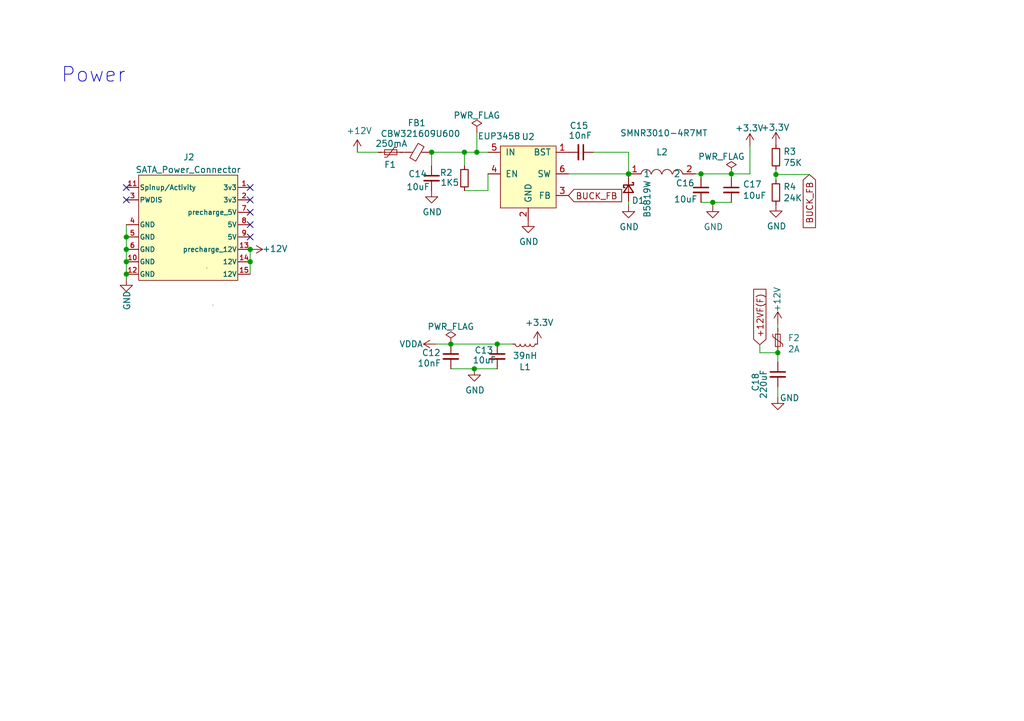
<source format=kicad_sch>
(kicad_sch (version 20231120) (generator "eeschema") (generator_version "8.0")
  (paper "A5")
  (lib_symbols
    (symbol "Custom:EUP3458" (pin_names (offset 1.016))
      (property "Reference" "U" (at 0 9.525 0))
      (property "Value" "EUP3458" (at 10.16 -6.35 0))
      (symbol "EUP3458_0_1"
        (rectangle (start -5.715 7.62) (end 5.715 -5.08) (fill (type background)))
      )
      (symbol "EUP3458_1_1"
        (pin input line (at 8.255 6.35 180) (length 2.54) (name "BST") (number "1"))
        (pin power_in line (at 0 -7.62 90) (length 2.54) (name "GND") (number "2"))
        (pin input line (at 8.255 -2.54 180) (length 2.54) (name "FB") (number "3"))
        (pin input line (at -8.255 1.905 0) (length 2.54) (name "EN") (number "4"))
        (pin power_in line (at -8.255 6.35 0) (length 2.54) (name "IN") (number "5"))
        (pin power_out line (at 8.255 1.905 180) (length 2.54) (name "SW") (number "6"))
      )
    )
    (symbol "Custom:SATA_Power_Connector" (pin_names (offset 0.2))
      (property "Reference" "J4" (at 0 14.0757 0))
      (property "Value" "SATA_Power_Connector" (at 0 11.3006 0))
      (symbol "SATA_Power_Connector_0_1"
        (rectangle (start -10.16 10.16) (end 10.16 -11.43) (stroke (width 0.1524)) (fill (type background)))
        (rectangle (start 3.81 -8.89) (end 3.81 -8.89) (stroke (width 0.1524)))
        (rectangle (start 5.08 -16.51) (end 5.08 -16.51) (stroke (width 0.1524)))
      )
      (symbol "SATA_Power_Connector_1_1"
        (pin passive line (at 12.7 7.62 180) (length 2.5) (name "3v3") (number "1"))
        (pin passive line (at -12.7 -7.62 0) (length 2.5) (name "GND") (number "10"))
        (pin input line (at -12.7 7.62 0) (length 2.5) (name "Spinup/Activity") (number "11"))
        (pin passive line (at -12.7 -10.16 0) (length 2.5) (name "GND") (number "12"))
        (pin passive line (at 12.7 -5.08 180) (length 2.5) (name "precharge_12V") (number "13"))
        (pin power_out line (at 12.7 -7.62 180) (length 2.5) (name "12V") (number "14"))
        (pin passive line (at 12.7 -10.16 180) (length 2.5) (name "12V") (number "15"))
        (pin power_out line (at 12.7 5.08 180) (length 2.5) (name "3v3") (number "2"))
        (pin output line (at -12.7 5.08 0) (length 2.5) (name "PWDIS") (number "3"))
        (pin passive line (at -12.7 0 0) (length 2.5) (name "GND") (number "4"))
        (pin passive line (at -12.7 -2.54 0) (length 2.5) (name "GND") (number "5"))
        (pin passive line (at -12.7 -5.08 0) (length 2.5) (name "GND") (number "6"))
        (pin passive line (at 12.7 2.54 180) (length 2.5) (name "precharge_5V") (number "7"))
        (pin passive line (at 12.7 0 180) (length 2.5) (name "5V") (number "8"))
        (pin passive line (at 12.7 -2.54 180) (length 2.5) (name "5V") (number "9"))
      )
    )
    (symbol "Device:C_Small" (pin_numbers hide) (pin_names (offset 0.254) hide)
      (property "Reference" "C" (at 0.254 1.778 0))
      (property "Value" "C_Small" (at 0.254 -2.032 0))
      (symbol "C_Small_0_1"
        (polyline (pts (xy -1.524 -0.508) (xy 1.524 -0.508)) (stroke (width 0.3302)))
        (polyline (pts (xy -1.524 0.508) (xy 1.524 0.508)) (stroke (width 0.3048)))
      )
      (symbol "C_Small_1_1"
        (pin passive line (at 0 2.54 270) (length 2.032) (name "~") (number "1"))
        (pin passive line (at 0 -2.54 90) (length 2.032) (name "~") (number "2"))
      )
    )
    (symbol "Device:D_Schottky_Small" (pin_numbers hide) (pin_names (offset 0.254) hide)
      (property "Reference" "D" (at -1.27 2.032 0))
      (property "Value" "D_Schottky_Small" (at -7.112 -2.032 0))
      (symbol "D_Schottky_Small_0_1"
        (polyline (pts (xy -0.762 0) (xy 0.762 0)))
        (polyline (pts (xy 0.762 -1.016) (xy -0.762 0) (xy 0.762 1.016) (xy 0.762 -1.016)) (stroke (width 0.254)))
        (polyline (pts (xy -1.27 0.762) (xy -1.27 1.016) (xy -0.762 1.016) (xy -0.762 -1.016) (xy -0.254 -1.016) (xy -0.254 -0.762)) (stroke (width 0.254)))
      )
      (symbol "D_Schottky_Small_1_1"
        (pin passive line (at -2.54 0 0) (length 1.778) (name "K") (number "1"))
        (pin passive line (at 2.54 0 180) (length 1.778) (name "A") (number "2"))
      )
    )
    (symbol "Device:FerriteBead_Small" (pin_numbers hide) (pin_names (offset 0))
      (property "Reference" "FB" (at 1.905 1.27 0))
      (property "Value" "FerriteBead_Small" (at 1.905 -1.27 0))
      (symbol "FerriteBead_Small_0_1"
        (polyline (pts (xy 0 -1.27) (xy 0 -0.7874)))
        (polyline (pts (xy 0 0.889) (xy 0 1.2954)))
        (polyline (pts (xy -1.8288 0.2794) (xy -1.1176 1.4986) (xy 1.8288 -0.2032) (xy 1.1176 -1.4224) (xy -1.8288 0.2794)))
      )
      (symbol "FerriteBead_Small_1_1"
        (pin passive line (at 0 2.54 270) (length 1.27) (name "~") (number "1"))
        (pin passive line (at 0 -2.54 90) (length 1.27) (name "~") (number "2"))
      )
    )
    (symbol "Device:L_Small" (pin_numbers hide) (pin_names (offset 0.254) hide)
      (property "Reference" "L" (at 0.762 1.016 0))
      (property "Value" "L_Small" (at 0.762 -1.016 0))
      (symbol "L_Small_0_1"
        (arc (start 0 -2.032) (mid 0.5058 -1.524) (end 0 -1.016))
        (arc (start 0 -1.016) (mid 0.5058 -0.508) (end 0 0))
        (arc (start 0 0) (mid 0.5058 0.508) (end 0 1.016))
        (arc (start 0 1.016) (mid 0.5058 1.524) (end 0 2.032))
      )
      (symbol "L_Small_1_1"
        (pin passive line (at 0 2.54 270) (length 0.508) (name "~") (number "1"))
        (pin passive line (at 0 -2.54 90) (length 0.508) (name "~") (number "2"))
      )
    )
    (symbol "Device:Polyfuse_Small" (pin_numbers hide) (pin_names (offset 0))
      (property "Reference" "F" (at -1.905 0 90))
      (property "Value" "Polyfuse_Small" (at 1.905 0 90))
      (symbol "Polyfuse_Small_0_1"
        (rectangle (start -0.508 1.27) (end 0.508 -1.27))
        (polyline (pts (xy 0 2.54) (xy 0 -2.54)))
        (polyline (pts (xy -1.016 1.27) (xy -1.016 0.762) (xy 1.016 -0.762) (xy 1.016 -1.27)))
      )
      (symbol "Polyfuse_Small_1_1"
        (pin passive line (at 0 2.54 270) (length 0.635) (name "~") (number "1"))
        (pin passive line (at 0 -2.54 90) (length 0.635) (name "~") (number "2"))
      )
    )
    (symbol "Device:R_Small" (pin_numbers hide) (pin_names (offset 0.254) hide)
      (property "Reference" "R" (at 0.762 0.508 0))
      (property "Value" "R_Small" (at 0.762 -1.016 0))
      (symbol "R_Small_0_1"
        (rectangle (start -0.762 1.778) (end 0.762 -1.778) (stroke (width 0.2032)))
      )
      (symbol "R_Small_1_1"
        (pin passive line (at 0 2.54 270) (length 0.762) (name "~") (number "1"))
        (pin passive line (at 0 -2.54 90) (length 0.762) (name "~") (number "2"))
      )
    )
    (symbol "easyeda:SMNR3010-4R7MT"
      (property "Reference" "L?" (at 0 5.08 0))
      (property "Value" "SMNR3010-4R7MT" (at 0 -5.08 0))
      (symbol "SMNR3010-4R7MT_0_1"
        (arc (start -2.27 -0.02) (mid -3.28 0.9027) (end -4.29 -0.02))
        (arc (start -0.11 -0.02) (mid -1.12 0.9071) (end -2.13 -0.02))
        (arc (start 2.04 -0.02) (mid 1.03 0.9071) (end 0.02 -0.02))
        (arc (start 4.23 -0.02) (mid 3.22 0.9071) (end 2.21 -0.02))
        (pin unspecified line (at -6.86 0 0) (length 2.54) (name "1") (number "1"))
        (pin unspecified line (at 6.86 0 180) (length 2.54) (name "2") (number "2"))
      )
    )
    (symbol "power:+12V" (power) (pin_names (offset 0))
      (property "Value" "+12V" (at 0 3.556 0))
      (symbol "+12V_0_1"
        (polyline (pts (xy -0.762 1.27) (xy 0 2.54)))
        (polyline (pts (xy 0 0) (xy 0 2.54)))
        (polyline (pts (xy 0 2.54) (xy 0.762 1.27)))
      )
      (symbol "+12V_1_1"
        (pin power_in line (at 0 0 90) (length 0) hide (name "+12V") (number "1"))
      )
    )
    (symbol "power:+3.3V" (power) (pin_names (offset 0))
      (property "Value" "+3.3V" (at 0 3.556 0))
      (symbol "+3.3V_0_1"
        (polyline (pts (xy -0.762 1.27) (xy 0 2.54)))
        (polyline (pts (xy 0 0) (xy 0 2.54)))
        (polyline (pts (xy 0 2.54) (xy 0.762 1.27)))
      )
      (symbol "+3.3V_1_1"
        (pin power_in line (at 0 0 90) (length 0) hide (name "+3.3V") (number "1"))
      )
    )
    (symbol "power:GND" (power) (pin_names (offset 0))
      (property "Value" "GND" (at 0 -3.81 0))
      (symbol "GND_0_1"
        (polyline (pts (xy 0 0) (xy 0 -1.27) (xy 1.27 -1.27) (xy 0 -2.54) (xy -1.27 -1.27) (xy 0 -1.27)))
      )
      (symbol "GND_1_1"
        (pin power_in line (at 0 0 270) (length 0) hide (name "GND") (number "1"))
      )
    )
    (symbol "power:PWR_FLAG" (power) (pin_numbers hide) (pin_names (offset 0) hide)
      (property "Value" "PWR_FLAG" (at 0 3.81 0))
      (symbol "PWR_FLAG_0_0"
        (pin power_out line (at 0 0 90) (length 0) (name "pwr") (number "1"))
      )
      (symbol "PWR_FLAG_0_1"
        (polyline (pts (xy 0 0) (xy 0 1.27) (xy -1.016 1.905) (xy 0 2.54) (xy 1.016 1.905) (xy 0 1.27)))
      )
    )
    (symbol "power:VDDA" (power) (pin_names (offset 0))
      (property "Value" "VDDA" (at 0 3.81 0))
      (symbol "VDDA_0_1"
        (polyline (pts (xy -0.762 1.27) (xy 0 2.54)))
        (polyline (pts (xy 0 0) (xy 0 2.54)))
        (polyline (pts (xy 0 2.54) (xy 0.762 1.27)))
      )
      (symbol "VDDA_1_1"
        (pin power_in line (at 0 0 90) (length 0) hide (name "VDDA") (number "1"))
      )
    )
  )
  (junction (at 143.764 35.687))
  (junction (at 88.519 31.242))
  (junction (at 128.903 35.687))
  (junction (at 97.79 31.242))
  (junction (at 97.282 75.692))
  (junction (at 95.25 31.242))
  (junction (at 149.987 35.687))
  (junction (at 101.981 70.612))
  (junction (at 25.908 51.181))
  (junction (at 51.308 51.181))
  (junction (at 159.512 72.39))
  (junction (at 159.131 35.814))
  (junction (at 25.908 48.641))
  (junction (at 25.908 53.721))
  (junction (at 128.905 35.687))
  (junction (at 51.308 53.721))
  (junction (at 146.177 41.529))
  (junction (at 92.456 70.612))
  (junction (at 25.908 56.261))
  (no_connect (at 25.908 38.481))
  (no_connect (at 25.908 41.021))
  (no_connect (at 51.308 41.021))
  (no_connect (at 51.308 38.481))
  (no_connect (at 51.308 48.641))
  (no_connect (at 51.308 46.101))
  (no_connect (at 51.308 43.561))
  (wire (pts (xy 97.282 75.692) (xy 101.981 75.692)))
  (wire (pts (xy 143.764 35.687) (xy 142.623 35.687)))
  (wire (pts (xy 146.177 41.529) (xy 143.764 41.529)))
  (wire (pts (xy 92.456 75.692) (xy 97.282 75.692)))
  (wire (pts (xy 121.666 31.242) (xy 128.905 31.242)))
  (wire (pts (xy 100.076 39.116) (xy 100.076 35.687)))
  (wire (pts (xy 128.905 31.242) (xy 128.905 35.687)))
  (wire (pts (xy 153.797 29.972) (xy 153.797 35.687)))
  (wire (pts (xy 92.456 70.612) (xy 101.981 70.612)))
  (wire (pts (xy 73.279 31.242) (xy 77.597 31.242)))
  (wire (pts (xy 95.25 31.242) (xy 97.79 31.242)))
  (wire (pts (xy 88.519 31.242) (xy 95.25 31.242)))
  (wire (pts (xy 143.764 35.687) (xy 143.764 36.449)))
  (wire (pts (xy 25.908 57.277) (xy 25.908 56.261)))
  (wire (pts (xy 146.177 42.164) (xy 146.177 41.529)))
  (wire (pts (xy 143.764 35.687) (xy 149.987 35.687)))
  (wire (pts (xy 51.308 53.721) (xy 51.308 56.261)))
  (wire (pts (xy 149.987 35.687) (xy 153.797 35.687)))
  (wire (pts (xy 97.79 31.242) (xy 100.076 31.242)))
  (wire (pts (xy 51.308 51.181) (xy 51.308 53.721)))
  (wire (pts (xy 128.903 35.687) (xy 128.905 35.687)))
  (wire (pts (xy 128.905 42.164) (xy 128.905 41.275)))
  (wire (pts (xy 95.25 31.242) (xy 95.25 34.036)))
  (wire (pts (xy 155.829 70.739) (xy 155.829 72.39)))
  (wire (pts (xy 116.586 35.687) (xy 128.903 35.687)))
  (wire (pts (xy 88.519 31.242) (xy 88.519 34.036)))
  (wire (pts (xy 165.989 35.814) (xy 159.131 35.814)))
  (wire (pts (xy 159.131 34.798) (xy 159.131 35.814)))
  (wire (pts (xy 25.908 51.181) (xy 25.908 53.721)))
  (wire (pts (xy 159.512 66.548) (xy 159.512 67.31)))
  (wire (pts (xy 159.512 81.534) (xy 159.512 79.375)))
  (wire (pts (xy 101.981 70.612) (xy 105.156 70.612)))
  (wire (pts (xy 95.25 39.116) (xy 100.076 39.116)))
  (wire (pts (xy 155.829 72.39) (xy 159.512 72.39)))
  (wire (pts (xy 97.79 27.178) (xy 97.79 31.242)))
  (wire (pts (xy 128.905 35.687) (xy 128.905 36.195)))
  (wire (pts (xy 82.677 31.242) (xy 82.931 31.242)))
  (wire (pts (xy 149.987 36.449) (xy 149.987 35.687)))
  (wire (pts (xy 89.408 70.612) (xy 92.456 70.612)))
  (wire (pts (xy 146.177 41.529) (xy 149.987 41.529)))
  (wire (pts (xy 159.131 35.814) (xy 159.131 36.957)))
  (wire (pts (xy 25.908 46.101) (xy 25.908 48.641)))
  (wire (pts (xy 88.011 31.242) (xy 88.519 31.242)))
  (wire (pts (xy 25.908 48.641) (xy 25.908 51.181)))
  (wire (pts (xy 159.512 72.39) (xy 159.512 74.295)))
  (wire (pts (xy 25.908 53.721) (xy 25.908 56.261)))
  (text "Power" (at 12.446 17.272 0) (effects (font (size 3 3)) (justify left bottom)))
  (global_label "+12VF(F)" (shape input) (at 155.829 70.739 90) (property "Intersheetrefs" "${INTERSHEET_REFS}" (effects (hide yes))))
  (global_label "BUCK_FB" (shape input) (at 116.586 40.132 0) (property "Intersheetrefs" "${INTERSHEET_REFS}" (effects (hide yes))))
  (global_label "BUCK_FB" (shape input) (at 165.989 35.814 270) (property "Intersheetrefs" "${INTERSHEET_REFS}" (effects (hide yes))))
  (symbol (lib_id "Device:Polyfuse_Small") (at 159.512 69.85 180) (unit 1)
    (property "Reference" "F2" (at 162.814 69.342 0))
    (property "Value" "2A" (at 162.814 71.6534 0))
    (property "Footprint" "Fuse:Fuse_1206_3216Metric" (effects (hide yes)))
    (property "LCSC Part" "C2982271" (effects (hide yes)))
  )
  (symbol (lib_id "power:PWR_FLAG") (at 97.79 27.178 0) (unit 1)
    (property "Reference" "#FLG03" (effects (hide yes)))
    (property "Value" "PWR_FLAG" (at 97.79 23.6761 0))
  )
  (symbol (lib_id "Device:R_Small") (at 159.131 32.258 0) (unit 1)
    (property "Reference" "R3" (at 160.6296 31.0896 0) (effects (justify left)))
    (property "Value" "75K" (at 160.6296 33.401 0) (effects (justify left)))
    (property "Footprint" "Resistor_SMD:R_0402_1005Metric" (effects (hide yes)))
    (property "LCSC Part" "C2689478" (effects (hide yes)))
  )
  (symbol (lib_id "Device:C_Small") (at 149.987 38.989 0) (unit 1)
    (property "Reference" "C17" (at 152.3238 37.8206 0) (effects (justify left)))
    (property "Value" "10uF" (at 152.3238 40.132 0) (effects (justify left)))
    (property "Footprint" "Capacitor_SMD:C_0603_1608Metric" (effects (hide yes)))
    (property "LCSC Part" "C92487" (effects (hide yes)))
  )
  (symbol (lib_id "easyeda:SMNR3010-4R7MT") (at 135.763 35.687 0) (unit 1)
    (property "Reference" "L2" (at 135.763 31.2072 0))
    (property "Value" "SMNR3010-4R7MT" (at 136.144 27.305 0))
    (property "Footprint" "easyeda2kicad:IND-SMD_L3.0-W3.0_SMNR3010" (effects (hide yes)))
    (property "Datasheet" "https://lcsc.com/product-detail/Power-Inductors_4-7uH-20_C135229.html" (effects (hide yes)))
    (property "Manufacturer" "SXN" (effects (hide yes)))
    (property "LCSC Part" "C135229" (effects (hide yes)))
    (property "JLC Part" "Extended Part" (effects (hide yes)))
  )
  (symbol (lib_id "Device:L_Small") (at 107.696 70.612 270) (unit 1)
    (property "Reference" "L1" (at 107.696 75.311 90))
    (property "Value" "39nH" (at 107.696 72.9996 90))
    (property "Footprint" "Inductor_SMD:L_0603_1608Metric" (effects (hide yes)))
    (property "LCSC Part" "C578032" (effects (hide yes)))
  )
  (symbol (lib_id "power:+3.3V") (at 110.236 70.612 0) (unit 1)
    (property "Reference" "#PWR022" (effects (hide yes)))
    (property "Value" "+3.3V" (at 110.617 66.2178 0))
  )
  (symbol (lib_id "power:GND") (at 88.519 39.116 0) (unit 1)
    (property "Reference" "#PWR021" (effects (hide yes)))
    (property "Value" "GND" (at 88.646 43.5102 0))
  )
  (symbol (lib_id "power:PWR_FLAG") (at 149.987 35.687 0) (unit 1)
    (property "Reference" "#FLG02" (effects (hide yes)))
    (property "Value" "PWR_FLAG" (at 147.955 32.131 0))
  )
  (symbol (lib_id "Device:C_Small") (at 92.456 73.152 0) (unit 1)
    (property "Reference" "C12" (at 86.487 72.39 0) (effects (justify left)))
    (property "Value" "10nF" (at 85.598 74.549 0) (effects (justify left)))
    (property "Footprint" "Capacitor_SMD:C_0402_1005Metric" (effects (hide yes)))
    (property "LCSC Part" " C272878" (effects (hide yes)))
  )
  (symbol (lib_id "Device:C_Small") (at 143.764 38.989 0) (unit 1)
    (property "Reference" "C16" (at 138.557 37.592 0) (effects (justify left)))
    (property "Value" "10uF" (at 138.176 40.894 0) (effects (justify left)))
    (property "Footprint" "Capacitor_SMD:C_0603_1608Metric" (effects (hide yes)))
    (property "LCSC Part" "C92487" (effects (hide yes)))
  )
  (symbol (lib_id "Device:C_Small") (at 119.126 31.242 270) (unit 1)
    (property "Reference" "C15" (at 118.745 25.781 90))
    (property "Value" "10nF" (at 118.999 27.813 90))
    (property "Footprint" "Capacitor_SMD:C_0402_1005Metric" (effects (hide yes)))
    (property "LCSC Part" " C272878" (effects (hide yes)))
  )
  (symbol (lib_id "power:GND") (at 159.131 42.037 0) (unit 1)
    (property "Reference" "#PWR028" (effects (hide yes)))
    (property "Value" "GND" (at 159.258 46.4312 0))
  )
  (symbol (lib_id "power:+3.3V") (at 153.797 29.972 0) (unit 1)
    (property "Reference" "#PWR026" (effects (hide yes)))
    (property "Value" "+3.3V" (at 153.67 26.289 0))
  )
  (symbol (lib_id "power:GND") (at 146.177 42.164 0) (unit 1)
    (property "Reference" "#PWR025" (effects (hide yes)))
    (property "Value" "GND" (at 146.304 46.5582 0))
  )
  (symbol (lib_id "power:+3.3V") (at 159.131 29.718 0) (unit 1)
    (property "Reference" "#PWR027" (effects (hide yes)))
    (property "Value" "+3.3V" (at 159.004 26.162 0))
  )
  (symbol (lib_id "Custom:EUP3458") (at 108.331 37.592 0) (unit 1)
    (property "Reference" "U2" (at 108.331 28.067 0))
    (property "Value" "EUP3458" (at 102.362 27.94 0))
    (property "Footprint" "Package_TO_SOT_SMD:SOT-23-6" (effects (hide yes)))
    (property "LCSC Part" "C89300" (effects (hide yes)))
  )
  (symbol (lib_id "power:GND") (at 97.282 75.692 0) (unit 1)
    (property "Reference" "#PWR020" (effects (hide yes)))
    (property "Value" "GND" (at 97.409 80.0862 0))
  )
  (symbol (lib_id "Device:R_Small") (at 95.25 36.576 0) (unit 1)
    (property "Reference" "R2" (at 90.17 35.433 0) (effects (justify left)))
    (property "Value" "1K5" (at 90.297 37.465 0) (effects (justify left)))
    (property "Footprint" "Resistor_SMD:R_0402_1005Metric" (effects (hide yes)))
    (property "LCSC Part" "C413084" (effects (hide yes)))
  )
  (symbol (lib_id "power:+12V") (at 159.512 66.548 0) (unit 1)
    (property "Reference" "#PWR029" (effects (hide yes)))
    (property "Value" "+12V" (at 159.385 61.468 90))
  )
  (symbol (lib_id "Device:C_Small") (at 159.512 76.835 0) (unit 1)
    (property "Reference" "C18" (at 154.94 80.391 90) (effects (justify left)))
    (property "Value" "220uF" (at 156.591 81.915 90) (effects (justify left)))
    (property "Footprint" "Capacitor_SMD:CP_Elec_6.3x7.7" (effects (hide yes)))
    (property "LCSC Part" "C696188" (effects (hide yes)))
  )
  (symbol (lib_id "power:+12V") (at 73.279 31.242 0) (unit 1)
    (property "Reference" "#PWR018" (effects (hide yes)))
    (property "Value" "+12V" (at 73.66 26.8478 0))
  )
  (symbol (lib_id "Device:Polyfuse_Small") (at 80.137 31.242 90) (unit 1)
    (property "Reference" "F1" (at 80.01 33.782 90))
    (property "Value" "250mA" (at 80.264 29.464 90))
    (property "Footprint" "Fuse:Fuse_1206_3216Metric" (effects (hide yes)))
    (property "LCSC Part" "C269112" (effects (hide yes)))
  )
  (symbol (lib_id "power:GND") (at 128.905 42.164 0) (unit 1)
    (property "Reference" "#PWR024" (effects (hide yes)))
    (property "Value" "GND" (at 129.032 46.5582 0))
  )
  (symbol (lib_id "Device:D_Schottky_Small") (at 128.905 38.735 270) (unit 1)
    (property "Reference" "D1" (at 129.54 41.148 90) (effects (justify left)))
    (property "Value" "B5819W" (at 132.715 36.957 0) (effects (justify left)))
    (property "Footprint" "Diode_SMD:D_SOD-123" (effects (hide yes)))
    (property "LCSC Part" "C917036" (effects (hide yes)))
  )
  (symbol (lib_id "power:PWR_FLAG") (at 92.456 70.612 0) (unit 1)
    (property "Reference" "#FLG01" (effects (hide yes)))
    (property "Value" "PWR_FLAG" (at 92.456 67.0362 0))
  )
  (symbol (lib_id "power:GND") (at 25.908 57.277 0) (unit 1)
    (property "Reference" "#PWR016" (effects (hide yes)))
    (property "Value" "GND" (at 26.035 61.6712 90))
  )
  (symbol (lib_id "power:GND") (at 159.512 81.534 0) (unit 1)
    (property "Reference" "#PWR030" (effects (hide yes)))
    (property "Value" "GND" (at 161.925 81.661 0))
  )
  (symbol (lib_id "Device:R_Small") (at 159.131 39.497 0) (unit 1)
    (property "Reference" "R4" (at 160.6296 38.3286 0) (effects (justify left)))
    (property "Value" "24K" (at 160.6296 40.64 0) (effects (justify left)))
    (property "Footprint" "Resistor_SMD:R_0402_1005Metric" (effects (hide yes)))
    (property "LCSC Part" "C2984415" (effects (hide yes)))
  )
  (symbol (lib_id "power:+12V") (at 51.308 51.181 270) (unit 1)
    (property "Reference" "#PWR017" (effects (hide yes)))
    (property "Value" "+12V" (at 56.388 51.054 90))
  )
  (symbol (lib_id "power:GND") (at 108.331 45.212 0) (unit 1)
    (property "Reference" "#PWR023" (effects (hide yes)))
    (property "Value" "GND" (at 108.458 49.6062 0))
  )
  (symbol (lib_id "power:VDDA") (at 89.408 70.612 90) (unit 1)
    (property "Reference" "#PWR019" (effects (hide yes)))
    (property "Value" "VDDA" (at 84.328 70.612 90))
  )
  (symbol (lib_id "Device:FerriteBead_Small") (at 85.471 31.242 270) (unit 1)
    (property "Reference" "FB1" (at 85.471 25.2222 90))
    (property "Value" "CBW321609U600" (at 86.233 27.432 90))
    (property "Footprint" "Capacitor_SMD:C_1206_3216Metric" (effects (hide yes)))
    (property "LCSC Part" "C73732" (effects (hide yes)))
  )
  (symbol (lib_id "Custom:SATA_Power_Connector") (at 38.608 46.101 0) (unit 1)
    (property "Reference" "J2" (at 38.735 32.258 0))
    (property "Value" "SATA_Power_Connector" (at 38.608 34.8289 0))
    (property "Footprint" "Custom:Sata_Power_Connector_SMD" (effects (hide yes)))
  )
  (symbol (lib_id "Device:C_Small") (at 88.519 36.576 0) (unit 1)
    (property "Reference" "C14" (at 83.693 35.687 0) (effects (justify left)))
    (property "Value" "10uF" (at 83.312 38.354 0) (effects (justify left)))
    (property "Footprint" "Capacitor_SMD:C_0603_1608Metric" (effects (hide yes)))
    (property "LCSC Part" "C92487" (effects (hide yes)))
  )
  (symbol (lib_id "Device:C_Small") (at 101.981 73.152 0) (unit 1)
    (property "Reference" "C13" (at 97.282 71.882 0) (effects (justify left)))
    (property "Value" "10uF" (at 96.901 73.914 0) (effects (justify left)))
    (property "Footprint" "Capacitor_SMD:C_0603_1608Metric" (effects (hide yes)))
    (property "LCSC Part" "C92487" (effects (hide yes)))
  )
)
</source>
